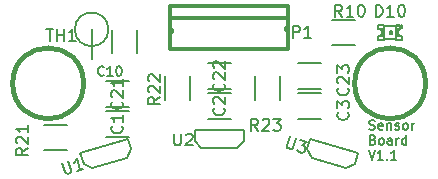
<source format=gbr>
G04 #@! TF.FileFunction,Legend,Top*
%FSLAX46Y46*%
G04 Gerber Fmt 4.6, Leading zero omitted, Abs format (unit mm)*
G04 Created by KiCad (PCBNEW (after 2015-mar-04 BZR unknown)-product) date 28.04.2015 21:52:04*
%MOMM*%
G01*
G04 APERTURE LIST*
%ADD10C,0.100000*%
%ADD11C,0.150000*%
%ADD12C,0.381000*%
%ADD13C,0.300000*%
%ADD14C,0.127000*%
%ADD15C,0.200000*%
G04 APERTURE END LIST*
D10*
D11*
X165760381Y-121227810D02*
X165874667Y-121265905D01*
X166065143Y-121265905D01*
X166141333Y-121227810D01*
X166179429Y-121189714D01*
X166217524Y-121113524D01*
X166217524Y-121037333D01*
X166179429Y-120961143D01*
X166141333Y-120923048D01*
X166065143Y-120884952D01*
X165912762Y-120846857D01*
X165836571Y-120808762D01*
X165798476Y-120770667D01*
X165760381Y-120694476D01*
X165760381Y-120618286D01*
X165798476Y-120542095D01*
X165836571Y-120504000D01*
X165912762Y-120465905D01*
X166103238Y-120465905D01*
X166217524Y-120504000D01*
X166865143Y-121227810D02*
X166788953Y-121265905D01*
X166636572Y-121265905D01*
X166560381Y-121227810D01*
X166522286Y-121151619D01*
X166522286Y-120846857D01*
X166560381Y-120770667D01*
X166636572Y-120732571D01*
X166788953Y-120732571D01*
X166865143Y-120770667D01*
X166903238Y-120846857D01*
X166903238Y-120923048D01*
X166522286Y-120999238D01*
X167246095Y-120732571D02*
X167246095Y-121265905D01*
X167246095Y-120808762D02*
X167284190Y-120770667D01*
X167360381Y-120732571D01*
X167474667Y-120732571D01*
X167550857Y-120770667D01*
X167588952Y-120846857D01*
X167588952Y-121265905D01*
X167931810Y-121227810D02*
X168008000Y-121265905D01*
X168160381Y-121265905D01*
X168236572Y-121227810D01*
X168274667Y-121151619D01*
X168274667Y-121113524D01*
X168236572Y-121037333D01*
X168160381Y-120999238D01*
X168046096Y-120999238D01*
X167969905Y-120961143D01*
X167931810Y-120884952D01*
X167931810Y-120846857D01*
X167969905Y-120770667D01*
X168046096Y-120732571D01*
X168160381Y-120732571D01*
X168236572Y-120770667D01*
X168731810Y-121265905D02*
X168655619Y-121227810D01*
X168617524Y-121189714D01*
X168579429Y-121113524D01*
X168579429Y-120884952D01*
X168617524Y-120808762D01*
X168655619Y-120770667D01*
X168731810Y-120732571D01*
X168846096Y-120732571D01*
X168922286Y-120770667D01*
X168960381Y-120808762D01*
X168998477Y-120884952D01*
X168998477Y-121113524D01*
X168960381Y-121189714D01*
X168922286Y-121227810D01*
X168846096Y-121265905D01*
X168731810Y-121265905D01*
X169341334Y-121265905D02*
X169341334Y-120732571D01*
X169341334Y-120884952D02*
X169379429Y-120808762D01*
X169417525Y-120770667D01*
X169493715Y-120732571D01*
X169569906Y-120732571D01*
X166065143Y-122116857D02*
X166179429Y-122154952D01*
X166217524Y-122193048D01*
X166255619Y-122269238D01*
X166255619Y-122383524D01*
X166217524Y-122459714D01*
X166179429Y-122497810D01*
X166103238Y-122535905D01*
X165798476Y-122535905D01*
X165798476Y-121735905D01*
X166065143Y-121735905D01*
X166141333Y-121774000D01*
X166179429Y-121812095D01*
X166217524Y-121888286D01*
X166217524Y-121964476D01*
X166179429Y-122040667D01*
X166141333Y-122078762D01*
X166065143Y-122116857D01*
X165798476Y-122116857D01*
X166712762Y-122535905D02*
X166636571Y-122497810D01*
X166598476Y-122459714D01*
X166560381Y-122383524D01*
X166560381Y-122154952D01*
X166598476Y-122078762D01*
X166636571Y-122040667D01*
X166712762Y-122002571D01*
X166827048Y-122002571D01*
X166903238Y-122040667D01*
X166941333Y-122078762D01*
X166979429Y-122154952D01*
X166979429Y-122383524D01*
X166941333Y-122459714D01*
X166903238Y-122497810D01*
X166827048Y-122535905D01*
X166712762Y-122535905D01*
X167665143Y-122535905D02*
X167665143Y-122116857D01*
X167627048Y-122040667D01*
X167550858Y-122002571D01*
X167398477Y-122002571D01*
X167322286Y-122040667D01*
X167665143Y-122497810D02*
X167588953Y-122535905D01*
X167398477Y-122535905D01*
X167322286Y-122497810D01*
X167284191Y-122421619D01*
X167284191Y-122345429D01*
X167322286Y-122269238D01*
X167398477Y-122231143D01*
X167588953Y-122231143D01*
X167665143Y-122193048D01*
X168046096Y-122535905D02*
X168046096Y-122002571D01*
X168046096Y-122154952D02*
X168084191Y-122078762D01*
X168122287Y-122040667D01*
X168198477Y-122002571D01*
X168274668Y-122002571D01*
X168884191Y-122535905D02*
X168884191Y-121735905D01*
X168884191Y-122497810D02*
X168808001Y-122535905D01*
X168655620Y-122535905D01*
X168579429Y-122497810D01*
X168541334Y-122459714D01*
X168503239Y-122383524D01*
X168503239Y-122154952D01*
X168541334Y-122078762D01*
X168579429Y-122040667D01*
X168655620Y-122002571D01*
X168808001Y-122002571D01*
X168884191Y-122040667D01*
X165684190Y-123005905D02*
X165950857Y-123805905D01*
X166217524Y-123005905D01*
X166903238Y-123805905D02*
X166446095Y-123805905D01*
X166674666Y-123805905D02*
X166674666Y-123005905D01*
X166598476Y-123120190D01*
X166522285Y-123196381D01*
X166446095Y-123234476D01*
X167246095Y-123729714D02*
X167284190Y-123767810D01*
X167246095Y-123805905D01*
X167208000Y-123767810D01*
X167246095Y-123729714D01*
X167246095Y-123805905D01*
X168046095Y-123805905D02*
X167588952Y-123805905D01*
X167817523Y-123805905D02*
X167817523Y-123005905D01*
X167741333Y-123120190D01*
X167665142Y-123196381D01*
X167588952Y-123234476D01*
D12*
X141557000Y-117348000D02*
G75*
G03X141557000Y-117348000I-3000000J0D01*
G01*
D13*
X148880000Y-113030000D02*
X149080000Y-113030000D01*
X149080000Y-113030000D02*
X149080000Y-112830000D01*
X149080000Y-112830000D02*
X148880000Y-112830000D01*
X158880000Y-112830000D02*
X158680000Y-112830000D01*
X158680000Y-112830000D02*
X158680000Y-112630000D01*
X158680000Y-112630000D02*
X158880000Y-112630000D01*
X158880000Y-111776000D02*
X148880000Y-111776000D01*
X158880000Y-114430000D02*
X148880000Y-114430000D01*
X148880000Y-114430000D02*
X148880000Y-110830000D01*
X148880000Y-110830000D02*
X158880000Y-110830000D01*
X158880000Y-110830000D02*
X158880000Y-114430000D01*
D11*
X158199400Y-116754400D02*
X158199400Y-118754400D01*
X156049400Y-118754400D02*
X156049400Y-116754400D01*
X145424400Y-121877400D02*
X143424400Y-121877400D01*
X143424400Y-119727400D02*
X145424400Y-119727400D01*
X154060400Y-120353400D02*
X152060400Y-120353400D01*
X152060400Y-118203400D02*
X154060400Y-118203400D01*
X161680400Y-120353400D02*
X159680400Y-120353400D01*
X159680400Y-118203400D02*
X161680400Y-118203400D01*
X143959000Y-114792000D02*
X143959000Y-112792000D01*
X146109000Y-112792000D02*
X146109000Y-114792000D01*
X145424400Y-119337400D02*
X143424400Y-119337400D01*
X143424400Y-117187400D02*
X145424400Y-117187400D01*
X154060400Y-117813400D02*
X152060400Y-117813400D01*
X152060400Y-115663400D02*
X154060400Y-115663400D01*
X161680400Y-117813400D02*
X159680400Y-117813400D01*
X159680400Y-115663400D02*
X161680400Y-115663400D01*
X168010840Y-113329720D02*
X168010840Y-113654840D01*
X168010840Y-113654840D02*
X168511220Y-113654840D01*
X168511220Y-113329720D02*
X168511220Y-113654840D01*
X168010840Y-113329720D02*
X168511220Y-113329720D01*
X168010840Y-112707420D02*
X168010840Y-112857280D01*
X168010840Y-112857280D02*
X168262300Y-112857280D01*
X168262300Y-112707420D02*
X168262300Y-112857280D01*
X168010840Y-112707420D02*
X168262300Y-112707420D01*
X168010840Y-113202720D02*
X168010840Y-113352580D01*
X168010840Y-113352580D02*
X168262300Y-113352580D01*
X168262300Y-113202720D02*
X168262300Y-113352580D01*
X168010840Y-113202720D02*
X168262300Y-113202720D01*
X168010840Y-112831880D02*
X168010840Y-113228120D01*
X168010840Y-113228120D02*
X168186100Y-113228120D01*
X168186100Y-112831880D02*
X168186100Y-113228120D01*
X168010840Y-112831880D02*
X168186100Y-112831880D01*
X166514780Y-113329720D02*
X166514780Y-113654840D01*
X166514780Y-113654840D02*
X167015160Y-113654840D01*
X167015160Y-113329720D02*
X167015160Y-113654840D01*
X166514780Y-113329720D02*
X167015160Y-113329720D01*
X166514780Y-112405160D02*
X166514780Y-112730280D01*
X166514780Y-112730280D02*
X167015160Y-112730280D01*
X167015160Y-112405160D02*
X167015160Y-112730280D01*
X166514780Y-112405160D02*
X167015160Y-112405160D01*
X166763700Y-113202720D02*
X166763700Y-113352580D01*
X166763700Y-113352580D02*
X167015160Y-113352580D01*
X167015160Y-113202720D02*
X167015160Y-113352580D01*
X166763700Y-113202720D02*
X167015160Y-113202720D01*
X166763700Y-112707420D02*
X166763700Y-112857280D01*
X166763700Y-112857280D02*
X167015160Y-112857280D01*
X167015160Y-112707420D02*
X167015160Y-112857280D01*
X166763700Y-112707420D02*
X167015160Y-112707420D01*
X166839900Y-112831880D02*
X166839900Y-113228120D01*
X166839900Y-113228120D02*
X167015160Y-113228120D01*
X167015160Y-112831880D02*
X167015160Y-113228120D01*
X166839900Y-112831880D02*
X167015160Y-112831880D01*
X167513000Y-112930940D02*
X167513000Y-113129060D01*
X167513000Y-113129060D02*
X167711120Y-113129060D01*
X167711120Y-112930940D02*
X167711120Y-113129060D01*
X167513000Y-112930940D02*
X167711120Y-112930940D01*
X168010840Y-112430560D02*
X168010840Y-112730280D01*
X168010840Y-112730280D02*
X168310560Y-112730280D01*
X168310560Y-112430560D02*
X168310560Y-112730280D01*
X168010840Y-112430560D02*
X168310560Y-112430560D01*
X168437560Y-112405160D02*
X168437560Y-112631220D01*
X168437560Y-112631220D02*
X168511220Y-112631220D01*
X168511220Y-112405160D02*
X168511220Y-112631220D01*
X168437560Y-112405160D02*
X168511220Y-112405160D01*
X168036240Y-113604040D02*
X166989760Y-113604040D01*
X167015160Y-112455960D02*
X168437560Y-112455960D01*
X168433202Y-112580420D02*
G75*
G03X168433202Y-112580420I-71842J0D01*
G01*
X168511220Y-112682020D02*
G75*
G03X168511220Y-113377980I0J-347980D01*
G01*
X166514780Y-113377980D02*
G75*
G03X166514780Y-112682020I0J347980D01*
G01*
X164576000Y-114105000D02*
X162576000Y-114105000D01*
X162576000Y-111955000D02*
X164576000Y-111955000D01*
X140192000Y-122995000D02*
X138192000Y-122995000D01*
X138192000Y-120845000D02*
X140192000Y-120845000D01*
X150579400Y-116754400D02*
X150579400Y-118754400D01*
X148429400Y-118754400D02*
X148429400Y-116754400D01*
X142240000Y-112776000D02*
X142240000Y-115316000D01*
X143659903Y-112776000D02*
G75*
G03X143659903Y-112776000I-1419903J0D01*
G01*
D12*
X170513000Y-117348000D02*
G75*
G03X170513000Y-117348000I-3000000J0D01*
G01*
D14*
X151536400Y-122783600D02*
X154584400Y-122783600D01*
X150952200Y-122199400D02*
X150952200Y-121259600D01*
X155168600Y-121259600D02*
X150952200Y-121259600D01*
X155168600Y-122199400D02*
X155168600Y-121259600D01*
X155168600Y-122199400D02*
X154584400Y-122783600D01*
X150952200Y-122199400D02*
X151536400Y-122783600D01*
X160869257Y-123653149D02*
X163784074Y-124544298D01*
X160481387Y-122923673D02*
X160756158Y-122024937D01*
X164788321Y-123257694D02*
X160756158Y-122024937D01*
X164513550Y-124156429D02*
X164788321Y-123257694D01*
X164513550Y-124156429D02*
X163784074Y-124544298D01*
X160481387Y-122923673D02*
X160869257Y-123653149D01*
X142285926Y-124544298D02*
X145200743Y-123653149D01*
X141556450Y-124156429D02*
X141281679Y-123257694D01*
X145313842Y-122024937D02*
X141281679Y-123257694D01*
X145588613Y-122923673D02*
X145313842Y-122024937D01*
X145588613Y-122923673D02*
X145200743Y-123653149D01*
X141556450Y-124156429D02*
X142285926Y-124544298D01*
D11*
X159281905Y-113482381D02*
X159281905Y-112482381D01*
X159662858Y-112482381D01*
X159758096Y-112530000D01*
X159805715Y-112577619D01*
X159853334Y-112672857D01*
X159853334Y-112815714D01*
X159805715Y-112910952D01*
X159758096Y-112958571D01*
X159662858Y-113006190D01*
X159281905Y-113006190D01*
X160805715Y-113482381D02*
X160234286Y-113482381D01*
X160520000Y-113482381D02*
X160520000Y-112482381D01*
X160424762Y-112625238D01*
X160329524Y-112720476D01*
X160234286Y-112768095D01*
X156329143Y-121356381D02*
X155995809Y-120880190D01*
X155757714Y-121356381D02*
X155757714Y-120356381D01*
X156138667Y-120356381D01*
X156233905Y-120404000D01*
X156281524Y-120451619D01*
X156329143Y-120546857D01*
X156329143Y-120689714D01*
X156281524Y-120784952D01*
X156233905Y-120832571D01*
X156138667Y-120880190D01*
X155757714Y-120880190D01*
X156710095Y-120451619D02*
X156757714Y-120404000D01*
X156852952Y-120356381D01*
X157091048Y-120356381D01*
X157186286Y-120404000D01*
X157233905Y-120451619D01*
X157281524Y-120546857D01*
X157281524Y-120642095D01*
X157233905Y-120784952D01*
X156662476Y-121356381D01*
X157281524Y-121356381D01*
X157614857Y-120356381D02*
X158233905Y-120356381D01*
X157900571Y-120737333D01*
X158043429Y-120737333D01*
X158138667Y-120784952D01*
X158186286Y-120832571D01*
X158233905Y-120927810D01*
X158233905Y-121165905D01*
X158186286Y-121261143D01*
X158138667Y-121308762D01*
X158043429Y-121356381D01*
X157757714Y-121356381D01*
X157662476Y-121308762D01*
X157614857Y-121261143D01*
X144781543Y-120969066D02*
X144829162Y-121016685D01*
X144876781Y-121159542D01*
X144876781Y-121254780D01*
X144829162Y-121397638D01*
X144733924Y-121492876D01*
X144638686Y-121540495D01*
X144448210Y-121588114D01*
X144305352Y-121588114D01*
X144114876Y-121540495D01*
X144019638Y-121492876D01*
X143924400Y-121397638D01*
X143876781Y-121254780D01*
X143876781Y-121159542D01*
X143924400Y-121016685D01*
X143972019Y-120969066D01*
X144876781Y-120016685D02*
X144876781Y-120588114D01*
X144876781Y-120302400D02*
X143876781Y-120302400D01*
X144019638Y-120397638D01*
X144114876Y-120492876D01*
X144162495Y-120588114D01*
X153417543Y-119445066D02*
X153465162Y-119492685D01*
X153512781Y-119635542D01*
X153512781Y-119730780D01*
X153465162Y-119873638D01*
X153369924Y-119968876D01*
X153274686Y-120016495D01*
X153084210Y-120064114D01*
X152941352Y-120064114D01*
X152750876Y-120016495D01*
X152655638Y-119968876D01*
X152560400Y-119873638D01*
X152512781Y-119730780D01*
X152512781Y-119635542D01*
X152560400Y-119492685D01*
X152608019Y-119445066D01*
X152608019Y-119064114D02*
X152560400Y-119016495D01*
X152512781Y-118921257D01*
X152512781Y-118683161D01*
X152560400Y-118587923D01*
X152608019Y-118540304D01*
X152703257Y-118492685D01*
X152798495Y-118492685D01*
X152941352Y-118540304D01*
X153512781Y-119111733D01*
X153512781Y-118492685D01*
X163933143Y-119800666D02*
X163980762Y-119848285D01*
X164028381Y-119991142D01*
X164028381Y-120086380D01*
X163980762Y-120229238D01*
X163885524Y-120324476D01*
X163790286Y-120372095D01*
X163599810Y-120419714D01*
X163456952Y-120419714D01*
X163266476Y-120372095D01*
X163171238Y-120324476D01*
X163076000Y-120229238D01*
X163028381Y-120086380D01*
X163028381Y-119991142D01*
X163076000Y-119848285D01*
X163123619Y-119800666D01*
X163028381Y-119467333D02*
X163028381Y-118848285D01*
X163409333Y-119181619D01*
X163409333Y-119038761D01*
X163456952Y-118943523D01*
X163504571Y-118895904D01*
X163599810Y-118848285D01*
X163837905Y-118848285D01*
X163933143Y-118895904D01*
X163980762Y-118943523D01*
X164028381Y-119038761D01*
X164028381Y-119324476D01*
X163980762Y-119419714D01*
X163933143Y-119467333D01*
X143249714Y-116617714D02*
X143211619Y-116655810D01*
X143097333Y-116693905D01*
X143021143Y-116693905D01*
X142906857Y-116655810D01*
X142830666Y-116579619D01*
X142792571Y-116503429D01*
X142754476Y-116351048D01*
X142754476Y-116236762D01*
X142792571Y-116084381D01*
X142830666Y-116008190D01*
X142906857Y-115932000D01*
X143021143Y-115893905D01*
X143097333Y-115893905D01*
X143211619Y-115932000D01*
X143249714Y-115970095D01*
X144011619Y-116693905D02*
X143554476Y-116693905D01*
X143783047Y-116693905D02*
X143783047Y-115893905D01*
X143706857Y-116008190D01*
X143630666Y-116084381D01*
X143554476Y-116122476D01*
X144506857Y-115893905D02*
X144583048Y-115893905D01*
X144659238Y-115932000D01*
X144697333Y-115970095D01*
X144735429Y-116046286D01*
X144773524Y-116198667D01*
X144773524Y-116389143D01*
X144735429Y-116541524D01*
X144697333Y-116617714D01*
X144659238Y-116655810D01*
X144583048Y-116693905D01*
X144506857Y-116693905D01*
X144430667Y-116655810D01*
X144392571Y-116617714D01*
X144354476Y-116541524D01*
X144316381Y-116389143D01*
X144316381Y-116198667D01*
X144354476Y-116046286D01*
X144392571Y-115970095D01*
X144430667Y-115932000D01*
X144506857Y-115893905D01*
X144781543Y-118905257D02*
X144829162Y-118952876D01*
X144876781Y-119095733D01*
X144876781Y-119190971D01*
X144829162Y-119333829D01*
X144733924Y-119429067D01*
X144638686Y-119476686D01*
X144448210Y-119524305D01*
X144305352Y-119524305D01*
X144114876Y-119476686D01*
X144019638Y-119429067D01*
X143924400Y-119333829D01*
X143876781Y-119190971D01*
X143876781Y-119095733D01*
X143924400Y-118952876D01*
X143972019Y-118905257D01*
X143972019Y-118524305D02*
X143924400Y-118476686D01*
X143876781Y-118381448D01*
X143876781Y-118143352D01*
X143924400Y-118048114D01*
X143972019Y-118000495D01*
X144067257Y-117952876D01*
X144162495Y-117952876D01*
X144305352Y-118000495D01*
X144876781Y-118571924D01*
X144876781Y-117952876D01*
X144876781Y-117000495D02*
X144876781Y-117571924D01*
X144876781Y-117286210D02*
X143876781Y-117286210D01*
X144019638Y-117381448D01*
X144114876Y-117476686D01*
X144162495Y-117571924D01*
X153417543Y-117381257D02*
X153465162Y-117428876D01*
X153512781Y-117571733D01*
X153512781Y-117666971D01*
X153465162Y-117809829D01*
X153369924Y-117905067D01*
X153274686Y-117952686D01*
X153084210Y-118000305D01*
X152941352Y-118000305D01*
X152750876Y-117952686D01*
X152655638Y-117905067D01*
X152560400Y-117809829D01*
X152512781Y-117666971D01*
X152512781Y-117571733D01*
X152560400Y-117428876D01*
X152608019Y-117381257D01*
X152608019Y-117000305D02*
X152560400Y-116952686D01*
X152512781Y-116857448D01*
X152512781Y-116619352D01*
X152560400Y-116524114D01*
X152608019Y-116476495D01*
X152703257Y-116428876D01*
X152798495Y-116428876D01*
X152941352Y-116476495D01*
X153512781Y-117047924D01*
X153512781Y-116428876D01*
X152608019Y-116047924D02*
X152560400Y-116000305D01*
X152512781Y-115905067D01*
X152512781Y-115666971D01*
X152560400Y-115571733D01*
X152608019Y-115524114D01*
X152703257Y-115476495D01*
X152798495Y-115476495D01*
X152941352Y-115524114D01*
X153512781Y-116095543D01*
X153512781Y-115476495D01*
X163933143Y-117736857D02*
X163980762Y-117784476D01*
X164028381Y-117927333D01*
X164028381Y-118022571D01*
X163980762Y-118165429D01*
X163885524Y-118260667D01*
X163790286Y-118308286D01*
X163599810Y-118355905D01*
X163456952Y-118355905D01*
X163266476Y-118308286D01*
X163171238Y-118260667D01*
X163076000Y-118165429D01*
X163028381Y-118022571D01*
X163028381Y-117927333D01*
X163076000Y-117784476D01*
X163123619Y-117736857D01*
X163123619Y-117355905D02*
X163076000Y-117308286D01*
X163028381Y-117213048D01*
X163028381Y-116974952D01*
X163076000Y-116879714D01*
X163123619Y-116832095D01*
X163218857Y-116784476D01*
X163314095Y-116784476D01*
X163456952Y-116832095D01*
X164028381Y-117403524D01*
X164028381Y-116784476D01*
X163028381Y-116451143D02*
X163028381Y-115832095D01*
X163409333Y-116165429D01*
X163409333Y-116022571D01*
X163456952Y-115927333D01*
X163504571Y-115879714D01*
X163599810Y-115832095D01*
X163837905Y-115832095D01*
X163933143Y-115879714D01*
X163980762Y-115927333D01*
X164028381Y-116022571D01*
X164028381Y-116308286D01*
X163980762Y-116403524D01*
X163933143Y-116451143D01*
X166298714Y-111704381D02*
X166298714Y-110704381D01*
X166536809Y-110704381D01*
X166679667Y-110752000D01*
X166774905Y-110847238D01*
X166822524Y-110942476D01*
X166870143Y-111132952D01*
X166870143Y-111275810D01*
X166822524Y-111466286D01*
X166774905Y-111561524D01*
X166679667Y-111656762D01*
X166536809Y-111704381D01*
X166298714Y-111704381D01*
X167822524Y-111704381D02*
X167251095Y-111704381D01*
X167536809Y-111704381D02*
X167536809Y-110704381D01*
X167441571Y-110847238D01*
X167346333Y-110942476D01*
X167251095Y-110990095D01*
X168441571Y-110704381D02*
X168536810Y-110704381D01*
X168632048Y-110752000D01*
X168679667Y-110799619D01*
X168727286Y-110894857D01*
X168774905Y-111085333D01*
X168774905Y-111323429D01*
X168727286Y-111513905D01*
X168679667Y-111609143D01*
X168632048Y-111656762D01*
X168536810Y-111704381D01*
X168441571Y-111704381D01*
X168346333Y-111656762D01*
X168298714Y-111609143D01*
X168251095Y-111513905D01*
X168203476Y-111323429D01*
X168203476Y-111085333D01*
X168251095Y-110894857D01*
X168298714Y-110799619D01*
X168346333Y-110752000D01*
X168441571Y-110704381D01*
X163441143Y-111704381D02*
X163107809Y-111228190D01*
X162869714Y-111704381D02*
X162869714Y-110704381D01*
X163250667Y-110704381D01*
X163345905Y-110752000D01*
X163393524Y-110799619D01*
X163441143Y-110894857D01*
X163441143Y-111037714D01*
X163393524Y-111132952D01*
X163345905Y-111180571D01*
X163250667Y-111228190D01*
X162869714Y-111228190D01*
X164393524Y-111704381D02*
X163822095Y-111704381D01*
X164107809Y-111704381D02*
X164107809Y-110704381D01*
X164012571Y-110847238D01*
X163917333Y-110942476D01*
X163822095Y-110990095D01*
X165012571Y-110704381D02*
X165107810Y-110704381D01*
X165203048Y-110752000D01*
X165250667Y-110799619D01*
X165298286Y-110894857D01*
X165345905Y-111085333D01*
X165345905Y-111323429D01*
X165298286Y-111513905D01*
X165250667Y-111609143D01*
X165203048Y-111656762D01*
X165107810Y-111704381D01*
X165012571Y-111704381D01*
X164917333Y-111656762D01*
X164869714Y-111609143D01*
X164822095Y-111513905D01*
X164774476Y-111323429D01*
X164774476Y-111085333D01*
X164822095Y-110894857D01*
X164869714Y-110799619D01*
X164917333Y-110752000D01*
X165012571Y-110704381D01*
X136850381Y-122816857D02*
X136374190Y-123150191D01*
X136850381Y-123388286D02*
X135850381Y-123388286D01*
X135850381Y-123007333D01*
X135898000Y-122912095D01*
X135945619Y-122864476D01*
X136040857Y-122816857D01*
X136183714Y-122816857D01*
X136278952Y-122864476D01*
X136326571Y-122912095D01*
X136374190Y-123007333D01*
X136374190Y-123388286D01*
X135945619Y-122435905D02*
X135898000Y-122388286D01*
X135850381Y-122293048D01*
X135850381Y-122054952D01*
X135898000Y-121959714D01*
X135945619Y-121912095D01*
X136040857Y-121864476D01*
X136136095Y-121864476D01*
X136278952Y-121912095D01*
X136850381Y-122483524D01*
X136850381Y-121864476D01*
X136850381Y-120912095D02*
X136850381Y-121483524D01*
X136850381Y-121197810D02*
X135850381Y-121197810D01*
X135993238Y-121293048D01*
X136088476Y-121388286D01*
X136136095Y-121483524D01*
X148026381Y-118498857D02*
X147550190Y-118832191D01*
X148026381Y-119070286D02*
X147026381Y-119070286D01*
X147026381Y-118689333D01*
X147074000Y-118594095D01*
X147121619Y-118546476D01*
X147216857Y-118498857D01*
X147359714Y-118498857D01*
X147454952Y-118546476D01*
X147502571Y-118594095D01*
X147550190Y-118689333D01*
X147550190Y-119070286D01*
X147121619Y-118117905D02*
X147074000Y-118070286D01*
X147026381Y-117975048D01*
X147026381Y-117736952D01*
X147074000Y-117641714D01*
X147121619Y-117594095D01*
X147216857Y-117546476D01*
X147312095Y-117546476D01*
X147454952Y-117594095D01*
X148026381Y-118165524D01*
X148026381Y-117546476D01*
X147121619Y-117165524D02*
X147074000Y-117117905D01*
X147026381Y-117022667D01*
X147026381Y-116784571D01*
X147074000Y-116689333D01*
X147121619Y-116641714D01*
X147216857Y-116594095D01*
X147312095Y-116594095D01*
X147454952Y-116641714D01*
X148026381Y-117213143D01*
X148026381Y-116594095D01*
X138414286Y-112736381D02*
X138985715Y-112736381D01*
X138700000Y-113736381D02*
X138700000Y-112736381D01*
X139319048Y-113736381D02*
X139319048Y-112736381D01*
X139319048Y-113212571D02*
X139890477Y-113212571D01*
X139890477Y-113736381D02*
X139890477Y-112736381D01*
X140890477Y-113736381D02*
X140319048Y-113736381D01*
X140604762Y-113736381D02*
X140604762Y-112736381D01*
X140509524Y-112879238D01*
X140414286Y-112974476D01*
X140319048Y-113022095D01*
D15*
X149228975Y-121596370D02*
X149228975Y-122405894D01*
X149276594Y-122501132D01*
X149324213Y-122548751D01*
X149419451Y-122596370D01*
X149609928Y-122596370D01*
X149705166Y-122548751D01*
X149752785Y-122501132D01*
X149800404Y-122405894D01*
X149800404Y-121596370D01*
X150228975Y-121691608D02*
X150276594Y-121643989D01*
X150371832Y-121596370D01*
X150609928Y-121596370D01*
X150705166Y-121643989D01*
X150752785Y-121691608D01*
X150800404Y-121786846D01*
X150800404Y-121882084D01*
X150752785Y-122024941D01*
X150181356Y-122596370D01*
X150800404Y-122596370D01*
X159009768Y-121843170D02*
X158773086Y-122617322D01*
X158790779Y-122722321D01*
X158822395Y-122781781D01*
X158899549Y-122855164D01*
X159081703Y-122910855D01*
X159186702Y-122893161D01*
X159246163Y-122861545D01*
X159319546Y-122784391D01*
X159556228Y-122010240D01*
X159920534Y-122121619D02*
X160512533Y-122302611D01*
X160082384Y-122569460D01*
X160219000Y-122611228D01*
X160296154Y-122684611D01*
X160327770Y-122744072D01*
X160345463Y-122849072D01*
X160275851Y-123076763D01*
X160202468Y-123153917D01*
X160143007Y-123185533D01*
X160038008Y-123203226D01*
X159764778Y-123119691D01*
X159687623Y-123046308D01*
X159656008Y-122986847D01*
X139732212Y-124083571D02*
X139968894Y-124857722D01*
X140042277Y-124934877D01*
X140101738Y-124966492D01*
X140206737Y-124984186D01*
X140388891Y-124928496D01*
X140466045Y-124855113D01*
X140497661Y-124795652D01*
X140515355Y-124690653D01*
X140278673Y-123916501D01*
X141527349Y-124580434D02*
X140980889Y-124747504D01*
X141254118Y-124663969D02*
X140961747Y-123707664D01*
X140912438Y-123872124D01*
X140849206Y-123991046D01*
X140772052Y-124064429D01*
M02*

</source>
